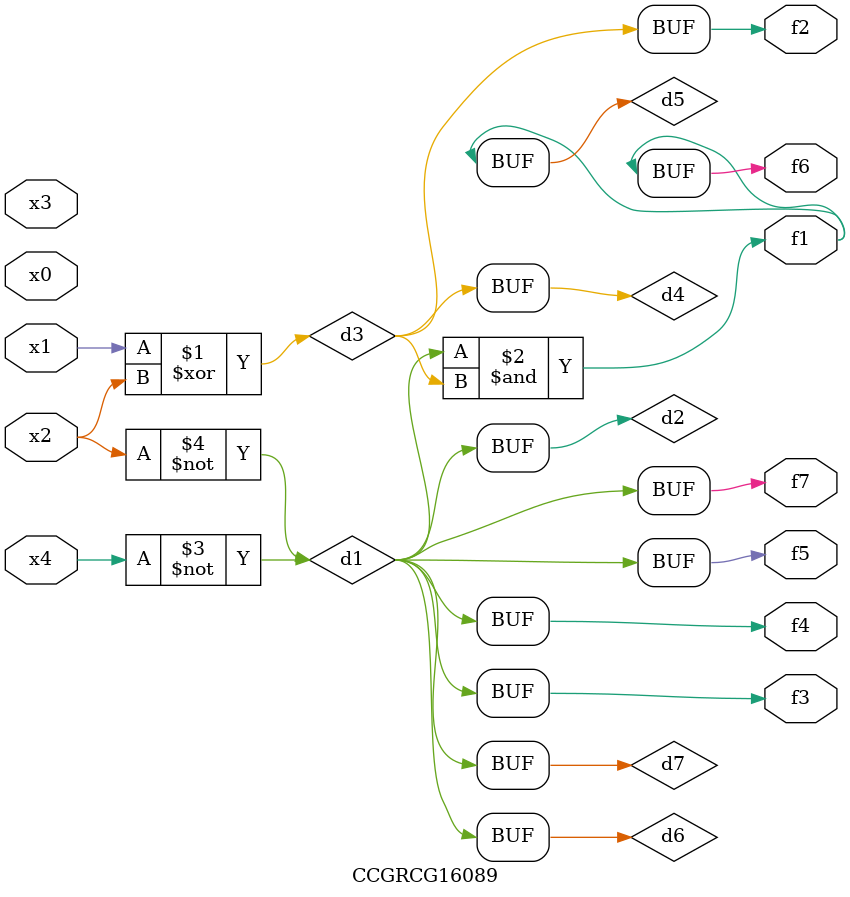
<source format=v>
module CCGRCG16089(
	input x0, x1, x2, x3, x4,
	output f1, f2, f3, f4, f5, f6, f7
);

	wire d1, d2, d3, d4, d5, d6, d7;

	not (d1, x4);
	not (d2, x2);
	xor (d3, x1, x2);
	buf (d4, d3);
	and (d5, d1, d3);
	buf (d6, d1, d2);
	buf (d7, d2);
	assign f1 = d5;
	assign f2 = d4;
	assign f3 = d7;
	assign f4 = d7;
	assign f5 = d7;
	assign f6 = d5;
	assign f7 = d7;
endmodule

</source>
